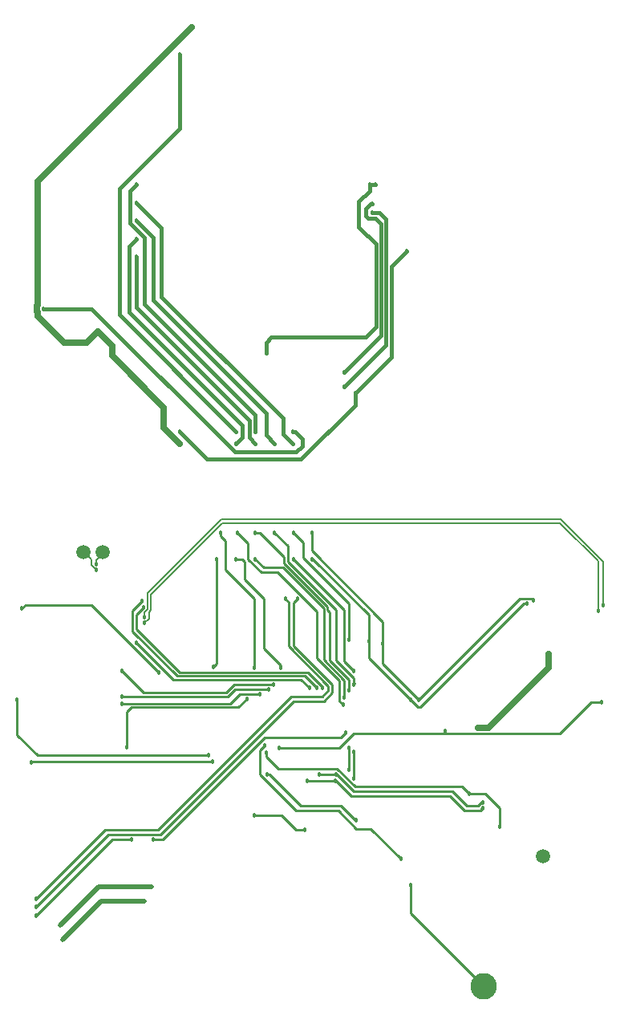
<source format=gbr>
%FSDAX24Y24*%
%MOIN*%
%SFA1B1*%

%IPPOS*%
%ADD42C,0.010000*%
%ADD45C,0.015000*%
%ADD46C,0.020000*%
%ADD49C,0.008000*%
%ADD50C,0.025000*%
%ADD67C,0.059100*%
%ADD69C,0.110200*%
%ADD73C,0.018000*%
%LNarray-1*%
%LPD*%
G54D42*
X031350Y019950D02*
X032000D01*
X032600Y019350*
Y018600D02*
Y019350D01*
X031800Y019250D02*
X031900Y019350D01*
X031150Y019250D02*
X031800D01*
X031725Y019450D02*
X031856Y019581D01*
X031250Y019450D02*
X031725D01*
X031050Y020250D02*
X031350Y019950D01*
X026600Y020250D02*
X031050D01*
X025850Y021000D02*
X026600Y020250D01*
X023400Y021000D02*
X025850D01*
X030650Y020050D02*
X031250Y019450D01*
X030550Y019850D02*
X031150Y019250D01*
X030400Y019850D02*
X030550D01*
X026550Y020050D02*
X030650D01*
X027250Y018500D02*
X028500Y017250D01*
X026000Y019450D02*
X026600Y018850D01*
X026650*
X025900Y019250D02*
X026650Y018500D01*
X027250*
X024150Y018450D02*
X024500D01*
X023550Y019050D02*
X024150Y018450D01*
X022950Y020750D02*
X023050D01*
X024350Y019450*
X031850Y019350D02*
X031900D01*
X026450Y019850D02*
X030400D01*
X025775Y020525D02*
X026450Y019850D01*
X025850Y020750D02*
X026550Y020050D01*
X022900Y021500D02*
X023400Y021000D01*
X015650Y027800D02*
X018450Y025000D01*
X012900Y027800D02*
X015650D01*
X012750Y027650D02*
X012900Y027800D01*
X013175Y021275D02*
X020675D01*
X013150Y021250D02*
X013175Y021275D01*
X017350Y027550D02*
X017750Y027950D01*
X017500Y027400D02*
X017800Y027700D01*
X017500Y026800D02*
Y027400D01*
X025100Y020750D02*
X025800D01*
X025850*
X024600Y020500D02*
X025775D01*
X026550Y020600D02*
Y021669D01*
X026350Y020950D02*
Y021866D01*
X034400Y017350D02*
Y017550D01*
X012550Y022400D02*
Y023850D01*
Y022400D02*
X013400Y021550D01*
X020500*
X027172Y026288D02*
Y027378D01*
X024800Y030050D02*
X027750Y027100D01*
Y026200D02*
Y027100D01*
X026550Y024500D02*
X026590Y024540D01*
X024800Y030050D02*
Y030800D01*
X024850Y029700D02*
X027172Y027378D01*
X024800Y029700D02*
X024850D01*
X022800Y026000D02*
Y028050D01*
X024050Y030800D02*
X024450Y030400D01*
X022000Y028850D02*
X022800Y028050D01*
X020703Y025212D02*
X020850Y025359D01*
Y029700*
X022800Y026000D02*
X023500Y025300D01*
Y025200D02*
Y025300D01*
X025000Y025600D02*
X025950Y024650D01*
X021650Y029700D02*
X021900D01*
X022000Y029600*
Y029488D02*
Y029600D01*
X026150Y025450D02*
X026550Y025050D01*
Y024500D02*
Y024750D01*
X025800Y025500D02*
X026550Y024750D01*
X026350Y024250D02*
Y024674D01*
X025550Y025474D02*
X026350Y024674D01*
X026150Y023950D02*
Y024662D01*
X025300Y025512D02*
X026150Y024662D01*
X025950Y023800D02*
X026100Y023650D01*
X025950Y023800D02*
Y024650D01*
X024450Y029750D02*
Y030400D01*
Y029750D02*
X026350Y027850D01*
Y026350D02*
Y027850D01*
X024050Y027900D02*
X024200Y028050D01*
X024050Y026081D02*
Y027900D01*
X023850Y026069D02*
Y027900D01*
X023700Y028050D02*
X023850Y027900D01*
X022650Y020750D02*
X024150Y019250D01*
X025900*
X022650Y020750D02*
Y021750D01*
X024350Y019450D02*
X026000D01*
X017350Y026700D02*
Y027550D01*
X025250Y024350D02*
Y024400D01*
X025490Y024240D02*
Y024429D01*
X023850Y026069D02*
X025490Y024429D01*
X025640Y024140D02*
Y024491D01*
X024050Y026081D02*
X025640Y024491D01*
X024500Y024850D02*
X025000Y024350D01*
X024650Y025000D02*
X025250Y024400D01*
X017500Y026800D02*
X019300Y025000D01*
X017350Y026700D02*
X019200Y024850D01*
X024350Y024700D02*
X024700Y024350D01*
X017525Y026225D02*
X019050Y024700D01*
X023450Y021850D02*
X025950D01*
X026550Y022450*
X035100*
X022650Y021750D02*
X022850Y021950D01*
X022900Y021500D02*
Y021650D01*
X018400Y018450D02*
X023950Y024000D01*
X025250*
X025490Y024240*
X018500Y018250D02*
X024050Y023800D01*
X025300*
X025640Y024140*
X018600Y018050D02*
X022850Y022300D01*
X026000*
X026200Y022500*
X016350Y018250D02*
X018500D01*
X016200Y018450D02*
X018400D01*
X035100Y022450D02*
X036400Y023750D01*
X036850*
X024050Y029700D02*
X026150Y027600D01*
Y025450D02*
Y027600D01*
X023250Y030800D02*
X023800Y030250D01*
X022450Y030800D02*
X022650D01*
X023650Y029800*
X022450Y029700D02*
X022800Y029350D01*
X025000Y025600D02*
Y027534D01*
X023384Y029150D02*
X025000Y027534D01*
X025550Y025474D02*
Y027500D01*
X022800Y029350D02*
X023600D01*
X025300Y027650*
Y025512D02*
Y027650D01*
X025450Y027600D02*
Y027712D01*
Y027600D02*
X025550Y027500D01*
X023800Y029574D02*
Y030250D01*
Y029574D02*
X025800Y027574D01*
X023650Y029512D02*
Y029800D01*
Y029512D02*
X025450Y027712D01*
X025800Y025500D02*
Y027574D01*
X022700Y029150D02*
X023384D01*
X022150Y029700D02*
X022700Y029150D01*
X022150Y029700D02*
Y030350D01*
X021700Y030800D02*
X022150Y030350D01*
X022000Y028850D02*
Y029488D01*
X021200Y029250D02*
Y030450D01*
Y029250D02*
X022400Y028050D01*
Y025200D02*
Y028050D01*
X021000Y030650D02*
X021200Y030450D01*
X021000Y030650D02*
Y030800D01*
X028900Y015000D02*
Y016150D01*
Y015000D02*
X031950Y011950D01*
X027172Y025578D02*
Y026288D01*
Y025578D02*
X028900Y023850D01*
X027750Y025350D02*
Y026200D01*
Y025350D02*
X029250Y023850D01*
X033450Y028050*
X033950D02*
X034000Y028000D01*
X033450Y028050D02*
X033950D01*
X028900Y023850D02*
X029200Y023550D01*
X029300*
X033600Y027850*
X033750*
X022400Y019050D02*
X023550D01*
X019300Y025000D02*
X024650D01*
X019200Y024850D02*
X024500D01*
X019050Y024700D02*
X024350D01*
X016900Y023700D02*
X021400D01*
X021800Y024100*
X022650*
X016900Y024000D02*
X021300D01*
X021600Y024300*
X023000*
X016900Y025050D02*
X017800Y024150D01*
X021238*
X021578Y024490*
X023206D02*
X023216Y024500D01*
X021578Y024490D02*
X023206D01*
X021750Y023550D02*
X022100Y023900D01*
X017100Y021900D02*
Y023350D01*
X017300Y023550*
X021750*
X018200Y018050D02*
X018600D01*
X016500D02*
X017300D01*
X013350Y015600D02*
X016200Y018450D01*
X013350Y015250D02*
X016350Y018250D01*
X013350Y014900D02*
X016500Y018050D01*
G54D45*
X027450Y045250D02*
X027200D01*
X022900Y038700D02*
Y038250D01*
X023115Y038915D02*
X022900Y038700D01*
X027046Y038915D02*
X023115D01*
X027470Y039339D02*
X027046Y038915D01*
X027470Y042780D02*
Y039339D01*
Y042780D02*
X026750Y043500D01*
X027680Y043620D02*
X027450Y043850D01*
X027890Y043810D02*
X027600Y044100D01*
X027680Y043620D02*
Y038980D01*
X027890Y043810D02*
Y038590D01*
X027680Y038980D02*
X026150Y037450D01*
X027890Y038590D02*
X026150Y036850D01*
X028100Y038100D02*
X026600Y036600D01*
X028100Y041850D02*
Y038100D01*
X028750Y042500D02*
X028100Y041850D01*
X027450Y043850D02*
X027150D01*
X027050Y043950*
Y044250D02*
Y043950D01*
X027600Y044100D02*
X027300D01*
X027250Y044450D02*
X027050Y044250D01*
X027300Y044450D02*
X027250D01*
X026600Y036600D02*
Y036100D01*
X024000Y034500D02*
X023600Y034900D01*
X023250Y034500D02*
X022900Y034850D01*
X017500Y045250D02*
X017250Y045000D01*
X021650Y035000D02*
X016800Y039850D01*
Y045100D02*
Y039850D01*
X019300Y050650D02*
Y047600D01*
X016800Y045100*
X022450Y034500D02*
X022200Y034750D01*
X021900D02*
X021650Y034500D01*
X021900Y035250D02*
Y034750D01*
X022200Y035450D02*
Y034750D01*
X022450Y035700D02*
Y035000D01*
X022900Y035750D02*
Y034850D01*
X023600Y035550D02*
Y034900D01*
X017500Y042250D02*
Y040150D01*
X022200Y035450D02*
X017500Y040150D01*
Y043000D02*
X017200Y042700D01*
Y039950*
X021900Y035250D02*
X017200Y039950D01*
X022450Y035700D02*
X017850Y040300D01*
X018200Y043050D02*
X017500Y043750D01*
X018200Y043050D02*
Y040450D01*
X022900Y035750D02*
X018200Y040450D01*
X018550Y043450D02*
X017500Y044500D01*
X018550Y043450D02*
Y040600D01*
X023600Y035550D02*
X018550Y040600D01*
X017850Y043050D02*
Y040300D01*
Y043050D02*
X017250Y043650D01*
Y045000D02*
Y043650D01*
X026600Y036100D02*
X024350Y033850D01*
X020450*
X019300Y035000*
X024100D02*
X024000D01*
X024400Y034700D02*
X024100Y035000D01*
X024400Y034700D02*
Y034400D01*
X024150Y034150*
X015650Y040100D02*
X013650D01*
X024150Y034150D02*
X021600D01*
X015650Y040100*
X027200Y045250D02*
Y045000D01*
X026750Y044550*
Y043500*
G54D46*
X015950Y016100D02*
X018150D01*
X014350Y014500D02*
X015950Y016100D01*
X014450Y013900D02*
X016050Y015500D01*
X017850*
G54D49*
X017855Y027050D02*
X018030Y027225D01*
X017850Y027050D02*
X017855D01*
X015845Y029250D02*
X015850D01*
X015650Y029445D02*
X015845Y029250D01*
X015650Y029445D02*
Y029675D01*
X015325Y030000D02*
X015650Y029675D01*
X015850Y029500D02*
Y029650D01*
X016112Y029912*
Y030000*
X017850Y027300D02*
Y027495D01*
X018030Y027225D02*
Y027492D01*
X018110Y027572*
X017850Y027495D02*
X017980Y027625D01*
X021050Y031350D02*
X035150D01*
X017980Y027625D02*
Y028280D01*
X021050Y031350*
X035150D02*
X036900Y029600D01*
X036700Y027550D02*
Y029616D01*
X035116Y031200D02*
X036700Y029616D01*
X036900Y027800D02*
Y029600D01*
X018110Y028215D02*
X021095Y031200D01*
X018110Y027572D02*
Y028215D01*
X021095Y031200D02*
X035116D01*
G54D50*
X034650Y025200D02*
Y025750D01*
X032150Y022700D02*
X034650Y025200D01*
X031700Y022700D02*
X032150D01*
X016500Y038550D02*
X015900Y039150D01*
X015450Y038700*
X019800Y051800D02*
X013400Y045400D01*
Y040239*
X013375Y040214*
Y039986*
X013400Y039961D02*
X013375Y039986D01*
X013400Y039961D02*
Y039800D01*
X015450Y038700D02*
X014500D01*
X013400Y039800*
X016500Y038550D02*
Y038150D01*
X018650Y036000D02*
X016500Y038150D01*
X018650Y036000D02*
Y035150D01*
X019300Y034500D02*
X018650Y035150D01*
G54D67*
X016112Y030000D03*
X015325D03*
X034400Y017350D03*
G54D69*
X031950Y011950D03*
G54D73*
X031350Y019950D03*
X032600Y018600D03*
X030350Y022550D03*
X028500Y017250D03*
X026650Y018850D03*
X024500Y018450D03*
X022950Y020750D03*
X031900Y019350D03*
Y019600D03*
X017100Y021900D03*
X012750Y027650D03*
X013150Y021250D03*
X034650Y025750D03*
X017750Y027950D03*
X017850Y027300D03*
X017800Y027700D03*
X025100Y020750D03*
X025800D03*
X025775Y020500D03*
X024600D03*
X026550Y020600D03*
X026350Y020950D03*
Y021866D03*
X026550Y021669D03*
X017850Y027050D03*
X015850Y029500D03*
Y029250D03*
X020675Y021275D03*
X020500Y021550D03*
X012550Y023850D03*
X017525Y026225D03*
X026350Y026350D03*
X026550Y024500D03*
X026350Y024250D03*
X026150Y023950D03*
X026100Y023650D03*
X027172Y026288D03*
X027750Y026200D03*
X024800Y030800D03*
Y029700D03*
X020703Y025212D03*
X024050Y030800D03*
Y029700D03*
X023250Y030800D03*
X022450Y029700D03*
Y030800D03*
X021650Y029700D03*
X020850D03*
X022400Y025200D03*
X023500D03*
X026550Y025050D03*
X023700Y028050D03*
X024200D03*
X024700Y024350D03*
X025000D03*
X023450Y021850D03*
X025250Y024350D03*
X023216Y024500D03*
X018450Y025000D03*
X016900Y025050D03*
Y024000D03*
Y023700D03*
X023000Y024300D03*
X022100Y023900D03*
X026200Y022500D03*
X022850Y021950D03*
X022900Y021650D03*
X014350Y014500D03*
X014450Y013900D03*
X018150Y016100D03*
X036850Y023750D03*
X036700Y027550D03*
X036900Y027800D03*
X021700Y030800D03*
X021000D03*
X028900Y023850D03*
X029250D03*
X031700Y022700D03*
X028900Y016150D03*
X033750Y027850D03*
X034000Y028000D03*
X022400Y019050D03*
X022650Y024100D03*
X018200Y018050D03*
X017300D03*
X017850Y015500D03*
X017650D03*
X013350Y015600D03*
Y015250D03*
Y014900D03*
X022900Y038250D03*
X026150Y037450D03*
Y036850D03*
X028750Y042500D03*
X027300Y044450D03*
Y044100D03*
X027450Y045250D03*
X027200D03*
X026600Y036600D03*
X017500Y042250D03*
Y043000D03*
Y043750D03*
Y044500D03*
Y045250D03*
X024000Y034500D03*
X022450D03*
X021650D03*
X019300Y035000D03*
Y034500D03*
X022450Y035000D03*
X024000D03*
X023250Y034500D03*
X021650Y035000D03*
X019300Y050650D03*
X015900Y039150D03*
X013650Y040100D03*
X019800Y051800D03*
M02*
</source>
